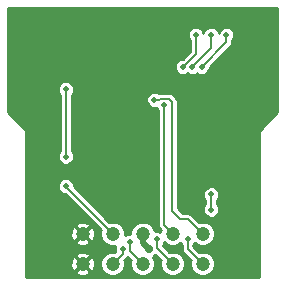
<source format=gbl>
G04 #@! TF.FileFunction,Copper,L2,Bot,Signal*
%FSLAX46Y46*%
G04 Gerber Fmt 4.6, Leading zero omitted, Abs format (unit mm)*
G04 Created by KiCad (PCBNEW 4.0.7) date 07/27/18 12:45:35*
%MOMM*%
%LPD*%
G01*
G04 APERTURE LIST*
%ADD10C,0.100000*%
%ADD11C,1.200000*%
%ADD12C,0.500000*%
%ADD13C,0.600000*%
%ADD14C,0.700000*%
%ADD15C,0.152400*%
%ADD16C,0.500000*%
%ADD17C,0.127000*%
%ADD18C,0.254000*%
G04 APERTURE END LIST*
D10*
D11*
X155080000Y-107730000D03*
X155080000Y-110270000D03*
X152540000Y-107730000D03*
X152540000Y-110270000D03*
X150000000Y-107730000D03*
X150000000Y-110270000D03*
X147460000Y-107730000D03*
X147460000Y-110270000D03*
X144920000Y-107730000D03*
X144920000Y-110270000D03*
D12*
X148300000Y-109000000D03*
X148900000Y-108400000D03*
X153800000Y-108200000D03*
X155800000Y-104400000D03*
X155800000Y-105700000D03*
X151200000Y-108200000D03*
D13*
X146000000Y-92100000D03*
D14*
X146900000Y-105100000D03*
D13*
X152500000Y-90500000D03*
X147502410Y-90500000D03*
X150800000Y-88900000D03*
X150000000Y-88900000D03*
X149200000Y-88900000D03*
X144000000Y-92300000D03*
X158400000Y-98600000D03*
X147600000Y-97800000D03*
X147600000Y-99400000D03*
D14*
X147500000Y-102300000D03*
X142700000Y-110000000D03*
D12*
X143500000Y-95500000D03*
X143500000Y-101200000D03*
X143500000Y-103700000D03*
X151800000Y-96800000D03*
X151000000Y-96400000D03*
D14*
X150500000Y-109000000D03*
D12*
X155000000Y-93600000D03*
X157100000Y-90900000D03*
X154200000Y-93600000D03*
X155800000Y-90900000D03*
X153400000Y-93600000D03*
X154500000Y-90900000D03*
D15*
X147460000Y-110270000D02*
X148300000Y-109430000D01*
X148300000Y-109430000D02*
X148300000Y-109000000D01*
X150000000Y-110270000D02*
X148900000Y-109170000D01*
X148900000Y-109170000D02*
X148900000Y-108400000D01*
X155080000Y-110270000D02*
X153800000Y-108990000D01*
X153800000Y-108990000D02*
X153800000Y-108200000D01*
X155800000Y-105700000D02*
X155800000Y-104400000D01*
X152540000Y-110270000D02*
X151200000Y-108930000D01*
X151200000Y-108930000D02*
X151200000Y-108200000D01*
X143500000Y-101200000D02*
X143500000Y-95500000D01*
X147460000Y-107730000D02*
X143500000Y-103770000D01*
X143500000Y-103770000D02*
X143500000Y-103700000D01*
X151800000Y-96800000D02*
X151800000Y-106990000D01*
X151800000Y-106990000D02*
X152540000Y-107730000D01*
X153200000Y-106500000D02*
X153850000Y-106500000D01*
X153850000Y-106500000D02*
X155080000Y-107730000D01*
X152500000Y-105800000D02*
X153200000Y-106500000D01*
X152500000Y-96600000D02*
X152500000Y-105800000D01*
X152200000Y-96300000D02*
X152500000Y-96600000D01*
X151453553Y-96300000D02*
X152200000Y-96300000D01*
X151000000Y-96400000D02*
X151353553Y-96400000D01*
X151353553Y-96400000D02*
X151453553Y-96300000D01*
D16*
X150000000Y-107730000D02*
X150000000Y-108500000D01*
X150000000Y-108500000D02*
X150500000Y-109000000D01*
D17*
X157100000Y-90900000D02*
X157100000Y-91500000D01*
X157100000Y-91500000D02*
X155000000Y-93600000D01*
X155800000Y-90900000D02*
X155800000Y-92000000D01*
X155800000Y-92000000D02*
X154200000Y-93600000D01*
X154500000Y-90900000D02*
X154500000Y-92500000D01*
X154500000Y-92500000D02*
X153400000Y-93600000D01*
D18*
G36*
X161373000Y-97447394D02*
X159910197Y-98910197D01*
X159883006Y-98950590D01*
X159873000Y-99000000D01*
X159873000Y-111373000D01*
X140127000Y-111373000D01*
X140127000Y-110951007D01*
X144271520Y-110951007D01*
X144323275Y-111130452D01*
X144697978Y-111293311D01*
X145106483Y-111300380D01*
X145486598Y-111150583D01*
X145516725Y-111130452D01*
X145568480Y-110951007D01*
X144920000Y-110302527D01*
X144271520Y-110951007D01*
X140127000Y-110951007D01*
X140127000Y-110456483D01*
X143889620Y-110456483D01*
X144039417Y-110836598D01*
X144059548Y-110866725D01*
X144238993Y-110918480D01*
X144887473Y-110270000D01*
X144952527Y-110270000D01*
X145601007Y-110918480D01*
X145780452Y-110866725D01*
X145943311Y-110492022D01*
X145950380Y-110083517D01*
X145800583Y-109703402D01*
X145780452Y-109673275D01*
X145601007Y-109621520D01*
X144952527Y-110270000D01*
X144887473Y-110270000D01*
X144238993Y-109621520D01*
X144059548Y-109673275D01*
X143896689Y-110047978D01*
X143889620Y-110456483D01*
X140127000Y-110456483D01*
X140127000Y-109588993D01*
X144271520Y-109588993D01*
X144920000Y-110237473D01*
X145568480Y-109588993D01*
X145516725Y-109409548D01*
X145142022Y-109246689D01*
X144733517Y-109239620D01*
X144353402Y-109389417D01*
X144323275Y-109409548D01*
X144271520Y-109588993D01*
X140127000Y-109588993D01*
X140127000Y-108411007D01*
X144271520Y-108411007D01*
X144323275Y-108590452D01*
X144697978Y-108753311D01*
X145106483Y-108760380D01*
X145486598Y-108610583D01*
X145516725Y-108590452D01*
X145568480Y-108411007D01*
X144920000Y-107762527D01*
X144271520Y-108411007D01*
X140127000Y-108411007D01*
X140127000Y-107916483D01*
X143889620Y-107916483D01*
X144039417Y-108296598D01*
X144059548Y-108326725D01*
X144238993Y-108378480D01*
X144887473Y-107730000D01*
X144952527Y-107730000D01*
X145601007Y-108378480D01*
X145780452Y-108326725D01*
X145943311Y-107952022D01*
X145950380Y-107543517D01*
X145800583Y-107163402D01*
X145780452Y-107133275D01*
X145601007Y-107081520D01*
X144952527Y-107730000D01*
X144887473Y-107730000D01*
X144238993Y-107081520D01*
X144059548Y-107133275D01*
X143896689Y-107507978D01*
X143889620Y-107916483D01*
X140127000Y-107916483D01*
X140127000Y-107048993D01*
X144271520Y-107048993D01*
X144920000Y-107697473D01*
X145568480Y-107048993D01*
X145516725Y-106869548D01*
X145142022Y-106706689D01*
X144733517Y-106699620D01*
X144353402Y-106849417D01*
X144323275Y-106869548D01*
X144271520Y-107048993D01*
X140127000Y-107048993D01*
X140127000Y-103834073D01*
X142822883Y-103834073D01*
X142925733Y-104082989D01*
X143116010Y-104273598D01*
X143364746Y-104376882D01*
X143395277Y-104376909D01*
X146465456Y-107447088D01*
X146433179Y-107524821D01*
X146432822Y-107933387D01*
X146588844Y-108310989D01*
X146877492Y-108600140D01*
X147254821Y-108756821D01*
X147663387Y-108757178D01*
X147668695Y-108754985D01*
X147623118Y-108864746D01*
X147622883Y-109134073D01*
X147668542Y-109244575D01*
X147665179Y-109243179D01*
X147256613Y-109242822D01*
X146879011Y-109398844D01*
X146589860Y-109687492D01*
X146433179Y-110064821D01*
X146432822Y-110473387D01*
X146588844Y-110850989D01*
X146877492Y-111140140D01*
X147254821Y-111296821D01*
X147663387Y-111297178D01*
X148040989Y-111141156D01*
X148330140Y-110852508D01*
X148486821Y-110475179D01*
X148487178Y-110066613D01*
X148454385Y-109987247D01*
X148655816Y-109785816D01*
X148715244Y-109696876D01*
X149005456Y-109987088D01*
X148973179Y-110064821D01*
X148972822Y-110473387D01*
X149128844Y-110850989D01*
X149417492Y-111140140D01*
X149794821Y-111296821D01*
X150203387Y-111297178D01*
X150580989Y-111141156D01*
X150870140Y-110852508D01*
X151026821Y-110475179D01*
X151027178Y-110066613D01*
X150871156Y-109689011D01*
X150869986Y-109687839D01*
X150939560Y-109659092D01*
X151078631Y-109520263D01*
X151545456Y-109987088D01*
X151513179Y-110064821D01*
X151512822Y-110473387D01*
X151668844Y-110850989D01*
X151957492Y-111140140D01*
X152334821Y-111296821D01*
X152743387Y-111297178D01*
X153120989Y-111141156D01*
X153410140Y-110852508D01*
X153566821Y-110475179D01*
X153567178Y-110066613D01*
X153411156Y-109689011D01*
X153122508Y-109399860D01*
X152745179Y-109243179D01*
X152336613Y-109242822D01*
X152257247Y-109275615D01*
X151703200Y-108721568D01*
X151703200Y-108654265D01*
X151773598Y-108583990D01*
X151822884Y-108465297D01*
X151957492Y-108600140D01*
X152334821Y-108756821D01*
X152743387Y-108757178D01*
X153120989Y-108601156D01*
X153200460Y-108521823D01*
X153225733Y-108582989D01*
X153296800Y-108654180D01*
X153296800Y-108990000D01*
X153335104Y-109182566D01*
X153444184Y-109345816D01*
X154085456Y-109987088D01*
X154053179Y-110064821D01*
X154052822Y-110473387D01*
X154208844Y-110850989D01*
X154497492Y-111140140D01*
X154874821Y-111296821D01*
X155283387Y-111297178D01*
X155660989Y-111141156D01*
X155950140Y-110852508D01*
X156106821Y-110475179D01*
X156107178Y-110066613D01*
X155951156Y-109689011D01*
X155662508Y-109399860D01*
X155285179Y-109243179D01*
X154876613Y-109242822D01*
X154797247Y-109275615D01*
X154303200Y-108781568D01*
X154303200Y-108654265D01*
X154373598Y-108583990D01*
X154405258Y-108507745D01*
X154497492Y-108600140D01*
X154874821Y-108756821D01*
X155283387Y-108757178D01*
X155660989Y-108601156D01*
X155950140Y-108312508D01*
X156106821Y-107935179D01*
X156107178Y-107526613D01*
X155951156Y-107149011D01*
X155662508Y-106859860D01*
X155285179Y-106703179D01*
X154876613Y-106702822D01*
X154797247Y-106735615D01*
X154205816Y-106144184D01*
X154042566Y-106035104D01*
X153850000Y-105996800D01*
X153408432Y-105996800D01*
X153003200Y-105591568D01*
X153003200Y-104534073D01*
X155122883Y-104534073D01*
X155225733Y-104782989D01*
X155296800Y-104854180D01*
X155296800Y-105245735D01*
X155226402Y-105316010D01*
X155123118Y-105564746D01*
X155122883Y-105834073D01*
X155225733Y-106082989D01*
X155416010Y-106273598D01*
X155664746Y-106376882D01*
X155934073Y-106377117D01*
X156182989Y-106274267D01*
X156373598Y-106083990D01*
X156476882Y-105835254D01*
X156477117Y-105565927D01*
X156374267Y-105317011D01*
X156303200Y-105245820D01*
X156303200Y-104854265D01*
X156373598Y-104783990D01*
X156476882Y-104535254D01*
X156477117Y-104265927D01*
X156374267Y-104017011D01*
X156183990Y-103826402D01*
X155935254Y-103723118D01*
X155665927Y-103722883D01*
X155417011Y-103825733D01*
X155226402Y-104016010D01*
X155123118Y-104264746D01*
X155122883Y-104534073D01*
X153003200Y-104534073D01*
X153003200Y-96600000D01*
X152964896Y-96407434D01*
X152855816Y-96244184D01*
X152555816Y-95944184D01*
X152392566Y-95835104D01*
X152200000Y-95796800D01*
X151453553Y-95796800D01*
X151358320Y-95815743D01*
X151135254Y-95723118D01*
X150865927Y-95722883D01*
X150617011Y-95825733D01*
X150426402Y-96016010D01*
X150323118Y-96264746D01*
X150322883Y-96534073D01*
X150425733Y-96782989D01*
X150616010Y-96973598D01*
X150864746Y-97076882D01*
X151134073Y-97077117D01*
X151175000Y-97060206D01*
X151225733Y-97182989D01*
X151296800Y-97254180D01*
X151296800Y-106990000D01*
X151335104Y-107182566D01*
X151444184Y-107345816D01*
X151545456Y-107447088D01*
X151513179Y-107524821D01*
X151513116Y-107596973D01*
X151335254Y-107523118D01*
X151065927Y-107522883D01*
X151027167Y-107538898D01*
X151027178Y-107526613D01*
X150871156Y-107149011D01*
X150582508Y-106859860D01*
X150205179Y-106703179D01*
X149796613Y-106702822D01*
X149419011Y-106858844D01*
X149129860Y-107147492D01*
X148973179Y-107524821D01*
X148973006Y-107723064D01*
X148765927Y-107722883D01*
X148517011Y-107825733D01*
X148486890Y-107855801D01*
X148487178Y-107526613D01*
X148331156Y-107149011D01*
X148042508Y-106859860D01*
X147665179Y-106703179D01*
X147256613Y-106702822D01*
X147177247Y-106735615D01*
X144176969Y-103735337D01*
X144177117Y-103565927D01*
X144074267Y-103317011D01*
X143883990Y-103126402D01*
X143635254Y-103023118D01*
X143365927Y-103022883D01*
X143117011Y-103125733D01*
X142926402Y-103316010D01*
X142823118Y-103564746D01*
X142822883Y-103834073D01*
X140127000Y-103834073D01*
X140127000Y-99000000D01*
X140117666Y-98952211D01*
X140089803Y-98910197D01*
X138627000Y-97447394D01*
X138627000Y-95634073D01*
X142822883Y-95634073D01*
X142925733Y-95882989D01*
X142996800Y-95954180D01*
X142996800Y-100745735D01*
X142926402Y-100816010D01*
X142823118Y-101064746D01*
X142822883Y-101334073D01*
X142925733Y-101582989D01*
X143116010Y-101773598D01*
X143364746Y-101876882D01*
X143634073Y-101877117D01*
X143882989Y-101774267D01*
X144073598Y-101583990D01*
X144176882Y-101335254D01*
X144177117Y-101065927D01*
X144074267Y-100817011D01*
X144003200Y-100745820D01*
X144003200Y-95954265D01*
X144073598Y-95883990D01*
X144176882Y-95635254D01*
X144177117Y-95365927D01*
X144074267Y-95117011D01*
X143883990Y-94926402D01*
X143635254Y-94823118D01*
X143365927Y-94822883D01*
X143117011Y-94925733D01*
X142926402Y-95116010D01*
X142823118Y-95364746D01*
X142822883Y-95634073D01*
X138627000Y-95634073D01*
X138627000Y-93734073D01*
X152722883Y-93734073D01*
X152825733Y-93982989D01*
X153016010Y-94173598D01*
X153264746Y-94276882D01*
X153534073Y-94277117D01*
X153782989Y-94174267D01*
X153799863Y-94157423D01*
X153816010Y-94173598D01*
X154064746Y-94276882D01*
X154334073Y-94277117D01*
X154582989Y-94174267D01*
X154599863Y-94157423D01*
X154616010Y-94173598D01*
X154864746Y-94276882D01*
X155134073Y-94277117D01*
X155382989Y-94174267D01*
X155573598Y-93983990D01*
X155676882Y-93735254D01*
X155676985Y-93616687D01*
X157446836Y-91846836D01*
X157553162Y-91687707D01*
X157553163Y-91687706D01*
X157590500Y-91500000D01*
X157590500Y-91366943D01*
X157673598Y-91283990D01*
X157776882Y-91035254D01*
X157777117Y-90765927D01*
X157674267Y-90517011D01*
X157483990Y-90326402D01*
X157235254Y-90223118D01*
X156965927Y-90222883D01*
X156717011Y-90325733D01*
X156526402Y-90516010D01*
X156449940Y-90700152D01*
X156374267Y-90517011D01*
X156183990Y-90326402D01*
X155935254Y-90223118D01*
X155665927Y-90222883D01*
X155417011Y-90325733D01*
X155226402Y-90516010D01*
X155149940Y-90700152D01*
X155074267Y-90517011D01*
X154883990Y-90326402D01*
X154635254Y-90223118D01*
X154365927Y-90222883D01*
X154117011Y-90325733D01*
X153926402Y-90516010D01*
X153823118Y-90764746D01*
X153822883Y-91034073D01*
X153925733Y-91282989D01*
X154009500Y-91366902D01*
X154009500Y-92296828D01*
X153383343Y-92922985D01*
X153265927Y-92922883D01*
X153017011Y-93025733D01*
X152826402Y-93216010D01*
X152723118Y-93464746D01*
X152722883Y-93734073D01*
X138627000Y-93734073D01*
X138627000Y-88627000D01*
X161373000Y-88627000D01*
X161373000Y-97447394D01*
X161373000Y-97447394D01*
G37*
X161373000Y-97447394D02*
X159910197Y-98910197D01*
X159883006Y-98950590D01*
X159873000Y-99000000D01*
X159873000Y-111373000D01*
X140127000Y-111373000D01*
X140127000Y-110951007D01*
X144271520Y-110951007D01*
X144323275Y-111130452D01*
X144697978Y-111293311D01*
X145106483Y-111300380D01*
X145486598Y-111150583D01*
X145516725Y-111130452D01*
X145568480Y-110951007D01*
X144920000Y-110302527D01*
X144271520Y-110951007D01*
X140127000Y-110951007D01*
X140127000Y-110456483D01*
X143889620Y-110456483D01*
X144039417Y-110836598D01*
X144059548Y-110866725D01*
X144238993Y-110918480D01*
X144887473Y-110270000D01*
X144952527Y-110270000D01*
X145601007Y-110918480D01*
X145780452Y-110866725D01*
X145943311Y-110492022D01*
X145950380Y-110083517D01*
X145800583Y-109703402D01*
X145780452Y-109673275D01*
X145601007Y-109621520D01*
X144952527Y-110270000D01*
X144887473Y-110270000D01*
X144238993Y-109621520D01*
X144059548Y-109673275D01*
X143896689Y-110047978D01*
X143889620Y-110456483D01*
X140127000Y-110456483D01*
X140127000Y-109588993D01*
X144271520Y-109588993D01*
X144920000Y-110237473D01*
X145568480Y-109588993D01*
X145516725Y-109409548D01*
X145142022Y-109246689D01*
X144733517Y-109239620D01*
X144353402Y-109389417D01*
X144323275Y-109409548D01*
X144271520Y-109588993D01*
X140127000Y-109588993D01*
X140127000Y-108411007D01*
X144271520Y-108411007D01*
X144323275Y-108590452D01*
X144697978Y-108753311D01*
X145106483Y-108760380D01*
X145486598Y-108610583D01*
X145516725Y-108590452D01*
X145568480Y-108411007D01*
X144920000Y-107762527D01*
X144271520Y-108411007D01*
X140127000Y-108411007D01*
X140127000Y-107916483D01*
X143889620Y-107916483D01*
X144039417Y-108296598D01*
X144059548Y-108326725D01*
X144238993Y-108378480D01*
X144887473Y-107730000D01*
X144952527Y-107730000D01*
X145601007Y-108378480D01*
X145780452Y-108326725D01*
X145943311Y-107952022D01*
X145950380Y-107543517D01*
X145800583Y-107163402D01*
X145780452Y-107133275D01*
X145601007Y-107081520D01*
X144952527Y-107730000D01*
X144887473Y-107730000D01*
X144238993Y-107081520D01*
X144059548Y-107133275D01*
X143896689Y-107507978D01*
X143889620Y-107916483D01*
X140127000Y-107916483D01*
X140127000Y-107048993D01*
X144271520Y-107048993D01*
X144920000Y-107697473D01*
X145568480Y-107048993D01*
X145516725Y-106869548D01*
X145142022Y-106706689D01*
X144733517Y-106699620D01*
X144353402Y-106849417D01*
X144323275Y-106869548D01*
X144271520Y-107048993D01*
X140127000Y-107048993D01*
X140127000Y-103834073D01*
X142822883Y-103834073D01*
X142925733Y-104082989D01*
X143116010Y-104273598D01*
X143364746Y-104376882D01*
X143395277Y-104376909D01*
X146465456Y-107447088D01*
X146433179Y-107524821D01*
X146432822Y-107933387D01*
X146588844Y-108310989D01*
X146877492Y-108600140D01*
X147254821Y-108756821D01*
X147663387Y-108757178D01*
X147668695Y-108754985D01*
X147623118Y-108864746D01*
X147622883Y-109134073D01*
X147668542Y-109244575D01*
X147665179Y-109243179D01*
X147256613Y-109242822D01*
X146879011Y-109398844D01*
X146589860Y-109687492D01*
X146433179Y-110064821D01*
X146432822Y-110473387D01*
X146588844Y-110850989D01*
X146877492Y-111140140D01*
X147254821Y-111296821D01*
X147663387Y-111297178D01*
X148040989Y-111141156D01*
X148330140Y-110852508D01*
X148486821Y-110475179D01*
X148487178Y-110066613D01*
X148454385Y-109987247D01*
X148655816Y-109785816D01*
X148715244Y-109696876D01*
X149005456Y-109987088D01*
X148973179Y-110064821D01*
X148972822Y-110473387D01*
X149128844Y-110850989D01*
X149417492Y-111140140D01*
X149794821Y-111296821D01*
X150203387Y-111297178D01*
X150580989Y-111141156D01*
X150870140Y-110852508D01*
X151026821Y-110475179D01*
X151027178Y-110066613D01*
X150871156Y-109689011D01*
X150869986Y-109687839D01*
X150939560Y-109659092D01*
X151078631Y-109520263D01*
X151545456Y-109987088D01*
X151513179Y-110064821D01*
X151512822Y-110473387D01*
X151668844Y-110850989D01*
X151957492Y-111140140D01*
X152334821Y-111296821D01*
X152743387Y-111297178D01*
X153120989Y-111141156D01*
X153410140Y-110852508D01*
X153566821Y-110475179D01*
X153567178Y-110066613D01*
X153411156Y-109689011D01*
X153122508Y-109399860D01*
X152745179Y-109243179D01*
X152336613Y-109242822D01*
X152257247Y-109275615D01*
X151703200Y-108721568D01*
X151703200Y-108654265D01*
X151773598Y-108583990D01*
X151822884Y-108465297D01*
X151957492Y-108600140D01*
X152334821Y-108756821D01*
X152743387Y-108757178D01*
X153120989Y-108601156D01*
X153200460Y-108521823D01*
X153225733Y-108582989D01*
X153296800Y-108654180D01*
X153296800Y-108990000D01*
X153335104Y-109182566D01*
X153444184Y-109345816D01*
X154085456Y-109987088D01*
X154053179Y-110064821D01*
X154052822Y-110473387D01*
X154208844Y-110850989D01*
X154497492Y-111140140D01*
X154874821Y-111296821D01*
X155283387Y-111297178D01*
X155660989Y-111141156D01*
X155950140Y-110852508D01*
X156106821Y-110475179D01*
X156107178Y-110066613D01*
X155951156Y-109689011D01*
X155662508Y-109399860D01*
X155285179Y-109243179D01*
X154876613Y-109242822D01*
X154797247Y-109275615D01*
X154303200Y-108781568D01*
X154303200Y-108654265D01*
X154373598Y-108583990D01*
X154405258Y-108507745D01*
X154497492Y-108600140D01*
X154874821Y-108756821D01*
X155283387Y-108757178D01*
X155660989Y-108601156D01*
X155950140Y-108312508D01*
X156106821Y-107935179D01*
X156107178Y-107526613D01*
X155951156Y-107149011D01*
X155662508Y-106859860D01*
X155285179Y-106703179D01*
X154876613Y-106702822D01*
X154797247Y-106735615D01*
X154205816Y-106144184D01*
X154042566Y-106035104D01*
X153850000Y-105996800D01*
X153408432Y-105996800D01*
X153003200Y-105591568D01*
X153003200Y-104534073D01*
X155122883Y-104534073D01*
X155225733Y-104782989D01*
X155296800Y-104854180D01*
X155296800Y-105245735D01*
X155226402Y-105316010D01*
X155123118Y-105564746D01*
X155122883Y-105834073D01*
X155225733Y-106082989D01*
X155416010Y-106273598D01*
X155664746Y-106376882D01*
X155934073Y-106377117D01*
X156182989Y-106274267D01*
X156373598Y-106083990D01*
X156476882Y-105835254D01*
X156477117Y-105565927D01*
X156374267Y-105317011D01*
X156303200Y-105245820D01*
X156303200Y-104854265D01*
X156373598Y-104783990D01*
X156476882Y-104535254D01*
X156477117Y-104265927D01*
X156374267Y-104017011D01*
X156183990Y-103826402D01*
X155935254Y-103723118D01*
X155665927Y-103722883D01*
X155417011Y-103825733D01*
X155226402Y-104016010D01*
X155123118Y-104264746D01*
X155122883Y-104534073D01*
X153003200Y-104534073D01*
X153003200Y-96600000D01*
X152964896Y-96407434D01*
X152855816Y-96244184D01*
X152555816Y-95944184D01*
X152392566Y-95835104D01*
X152200000Y-95796800D01*
X151453553Y-95796800D01*
X151358320Y-95815743D01*
X151135254Y-95723118D01*
X150865927Y-95722883D01*
X150617011Y-95825733D01*
X150426402Y-96016010D01*
X150323118Y-96264746D01*
X150322883Y-96534073D01*
X150425733Y-96782989D01*
X150616010Y-96973598D01*
X150864746Y-97076882D01*
X151134073Y-97077117D01*
X151175000Y-97060206D01*
X151225733Y-97182989D01*
X151296800Y-97254180D01*
X151296800Y-106990000D01*
X151335104Y-107182566D01*
X151444184Y-107345816D01*
X151545456Y-107447088D01*
X151513179Y-107524821D01*
X151513116Y-107596973D01*
X151335254Y-107523118D01*
X151065927Y-107522883D01*
X151027167Y-107538898D01*
X151027178Y-107526613D01*
X150871156Y-107149011D01*
X150582508Y-106859860D01*
X150205179Y-106703179D01*
X149796613Y-106702822D01*
X149419011Y-106858844D01*
X149129860Y-107147492D01*
X148973179Y-107524821D01*
X148973006Y-107723064D01*
X148765927Y-107722883D01*
X148517011Y-107825733D01*
X148486890Y-107855801D01*
X148487178Y-107526613D01*
X148331156Y-107149011D01*
X148042508Y-106859860D01*
X147665179Y-106703179D01*
X147256613Y-106702822D01*
X147177247Y-106735615D01*
X144176969Y-103735337D01*
X144177117Y-103565927D01*
X144074267Y-103317011D01*
X143883990Y-103126402D01*
X143635254Y-103023118D01*
X143365927Y-103022883D01*
X143117011Y-103125733D01*
X142926402Y-103316010D01*
X142823118Y-103564746D01*
X142822883Y-103834073D01*
X140127000Y-103834073D01*
X140127000Y-99000000D01*
X140117666Y-98952211D01*
X140089803Y-98910197D01*
X138627000Y-97447394D01*
X138627000Y-95634073D01*
X142822883Y-95634073D01*
X142925733Y-95882989D01*
X142996800Y-95954180D01*
X142996800Y-100745735D01*
X142926402Y-100816010D01*
X142823118Y-101064746D01*
X142822883Y-101334073D01*
X142925733Y-101582989D01*
X143116010Y-101773598D01*
X143364746Y-101876882D01*
X143634073Y-101877117D01*
X143882989Y-101774267D01*
X144073598Y-101583990D01*
X144176882Y-101335254D01*
X144177117Y-101065927D01*
X144074267Y-100817011D01*
X144003200Y-100745820D01*
X144003200Y-95954265D01*
X144073598Y-95883990D01*
X144176882Y-95635254D01*
X144177117Y-95365927D01*
X144074267Y-95117011D01*
X143883990Y-94926402D01*
X143635254Y-94823118D01*
X143365927Y-94822883D01*
X143117011Y-94925733D01*
X142926402Y-95116010D01*
X142823118Y-95364746D01*
X142822883Y-95634073D01*
X138627000Y-95634073D01*
X138627000Y-93734073D01*
X152722883Y-93734073D01*
X152825733Y-93982989D01*
X153016010Y-94173598D01*
X153264746Y-94276882D01*
X153534073Y-94277117D01*
X153782989Y-94174267D01*
X153799863Y-94157423D01*
X153816010Y-94173598D01*
X154064746Y-94276882D01*
X154334073Y-94277117D01*
X154582989Y-94174267D01*
X154599863Y-94157423D01*
X154616010Y-94173598D01*
X154864746Y-94276882D01*
X155134073Y-94277117D01*
X155382989Y-94174267D01*
X155573598Y-93983990D01*
X155676882Y-93735254D01*
X155676985Y-93616687D01*
X157446836Y-91846836D01*
X157553162Y-91687707D01*
X157553163Y-91687706D01*
X157590500Y-91500000D01*
X157590500Y-91366943D01*
X157673598Y-91283990D01*
X157776882Y-91035254D01*
X157777117Y-90765927D01*
X157674267Y-90517011D01*
X157483990Y-90326402D01*
X157235254Y-90223118D01*
X156965927Y-90222883D01*
X156717011Y-90325733D01*
X156526402Y-90516010D01*
X156449940Y-90700152D01*
X156374267Y-90517011D01*
X156183990Y-90326402D01*
X155935254Y-90223118D01*
X155665927Y-90222883D01*
X155417011Y-90325733D01*
X155226402Y-90516010D01*
X155149940Y-90700152D01*
X155074267Y-90517011D01*
X154883990Y-90326402D01*
X154635254Y-90223118D01*
X154365927Y-90222883D01*
X154117011Y-90325733D01*
X153926402Y-90516010D01*
X153823118Y-90764746D01*
X153822883Y-91034073D01*
X153925733Y-91282989D01*
X154009500Y-91366902D01*
X154009500Y-92296828D01*
X153383343Y-92922985D01*
X153265927Y-92922883D01*
X153017011Y-93025733D01*
X152826402Y-93216010D01*
X152723118Y-93464746D01*
X152722883Y-93734073D01*
X138627000Y-93734073D01*
X138627000Y-88627000D01*
X161373000Y-88627000D01*
X161373000Y-97447394D01*
M02*

</source>
